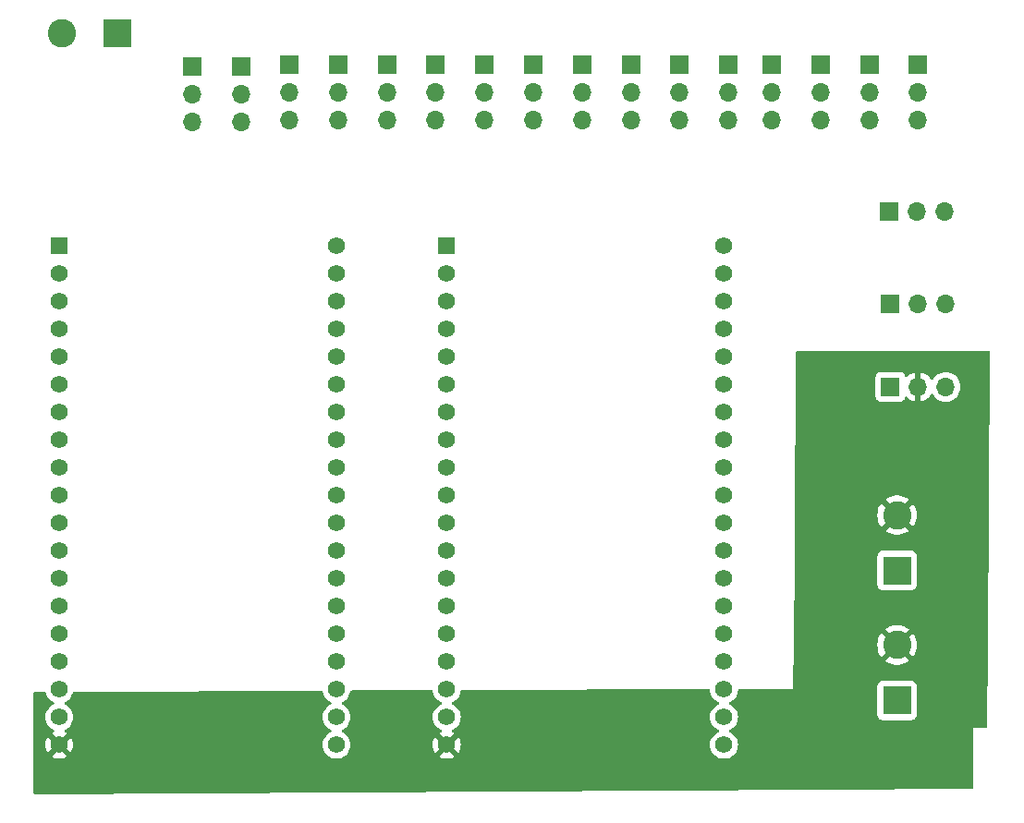
<source format=gbr>
%TF.GenerationSoftware,KiCad,Pcbnew,8.0.8*%
%TF.CreationDate,2025-01-21T20:37:44-05:00*%
%TF.ProjectId,Pit_Droid_Controller,5069745f-4472-46f6-9964-5f436f6e7472,rev?*%
%TF.SameCoordinates,Original*%
%TF.FileFunction,Copper,L1,Top*%
%TF.FilePolarity,Positive*%
%FSLAX46Y46*%
G04 Gerber Fmt 4.6, Leading zero omitted, Abs format (unit mm)*
G04 Created by KiCad (PCBNEW 8.0.8) date 2025-01-21 20:37:44*
%MOMM*%
%LPD*%
G01*
G04 APERTURE LIST*
%TA.AperFunction,ComponentPad*%
%ADD10R,1.700000X1.700000*%
%TD*%
%TA.AperFunction,ComponentPad*%
%ADD11O,1.700000X1.700000*%
%TD*%
%TA.AperFunction,ComponentPad*%
%ADD12R,1.560000X1.560000*%
%TD*%
%TA.AperFunction,ComponentPad*%
%ADD13C,1.560000*%
%TD*%
%TA.AperFunction,ComponentPad*%
%ADD14R,2.600000X2.600000*%
%TD*%
%TA.AperFunction,ComponentPad*%
%ADD15C,2.600000*%
%TD*%
G04 APERTURE END LIST*
D10*
%TO.P,J7,1,Pin_1*%
%TO.N,GND*%
X158083005Y-67005000D03*
D11*
%TO.P,J7,2,Pin_2*%
%TO.N,SVR_PWR*%
X158083005Y-69545000D03*
%TO.P,J7,3,Pin_3*%
%TO.N,SRV_7*%
X158083005Y-72085000D03*
%TD*%
D10*
%TO.P,J17,1,Pin_1*%
%TO.N,GND*%
X160020000Y-96520000D03*
D11*
%TO.P,J17,2,Pin_2*%
%TO.N,5V*%
X162560000Y-96520000D03*
%TO.P,J17,3,Pin_3*%
%TO.N,Misc_1*%
X165100000Y-96520000D03*
%TD*%
D10*
%TO.P,J16,1,Pin_1*%
%TO.N,GND*%
X127299506Y-67005000D03*
D11*
%TO.P,J16,2,Pin_2*%
%TO.N,SVR_PWR*%
X127299506Y-69545000D03*
%TO.P,J16,3,Pin_3*%
%TO.N,SRV_16*%
X127299506Y-72085000D03*
%TD*%
D10*
%TO.P,J5,1,Pin_1*%
%TO.N,GND*%
X149144643Y-67005000D03*
D11*
%TO.P,J5,2,Pin_2*%
%TO.N,SVR_PWR*%
X149144643Y-69545000D03*
%TO.P,J5,3,Pin_3*%
%TO.N,SRV_5*%
X149144643Y-72085000D03*
%TD*%
D12*
%TO.P,U1,J2-1,3V3*%
%TO.N,unconnected-(U1-3V3-PadJ2-1)*%
X83888000Y-83611000D03*
D13*
%TO.P,U1,J2-2,EN*%
%TO.N,unconnected-(U1-EN-PadJ2-2)*%
X83888000Y-86151000D03*
%TO.P,U1,J2-3,SENSOR_VP*%
%TO.N,unconnected-(U1-SENSOR_VP-PadJ2-3)*%
X83888000Y-88691000D03*
%TO.P,U1,J2-4,SENSOR_VN*%
%TO.N,unconnected-(U1-SENSOR_VN-PadJ2-4)*%
X83888000Y-91231000D03*
%TO.P,U1,J2-5,IO34*%
%TO.N,unconnected-(U1-IO34-PadJ2-5)*%
X83888000Y-93771000D03*
%TO.P,U1,J2-6,IO35*%
%TO.N,unconnected-(U1-IO35-PadJ2-6)*%
X83888000Y-96311000D03*
%TO.P,U1,J2-7,IO32*%
%TO.N,SRV_9*%
X83888000Y-98851000D03*
%TO.P,U1,J2-8,IO33*%
%TO.N,RA_TX*%
X83888000Y-101391000D03*
%TO.P,U1,J2-9,IO25*%
%TO.N,RA_RX*%
X83888000Y-103931000D03*
%TO.P,U1,J2-10,IO26*%
%TO.N,Misc_1*%
X83888000Y-106471000D03*
%TO.P,U1,J2-11,IO27*%
%TO.N,unconnected-(U1-IO27-PadJ2-11)*%
X83888000Y-109011000D03*
%TO.P,U1,J2-12,IO14*%
%TO.N,unconnected-(U1-IO14-PadJ2-12)*%
X83888000Y-111551000D03*
%TO.P,U1,J2-13,IO12*%
%TO.N,unconnected-(U1-IO12-PadJ2-13)*%
X83888000Y-114091000D03*
%TO.P,U1,J2-14,GND1*%
%TO.N,unconnected-(U1-GND1-PadJ2-14)*%
X83888000Y-116631000D03*
%TO.P,U1,J2-15,IO13*%
%TO.N,unconnected-(U1-IO13-PadJ2-15)*%
X83888000Y-119171000D03*
%TO.P,U1,J2-16,SD2*%
%TO.N,unconnected-(U1-SD2-PadJ2-16)*%
X83888000Y-121711000D03*
%TO.P,U1,J2-17,SD3*%
%TO.N,unconnected-(U1-SD3-PadJ2-17)*%
X83888000Y-124251000D03*
%TO.P,U1,J2-18,CMD*%
%TO.N,unconnected-(U1-CMD-PadJ2-18)*%
X83888000Y-126791000D03*
%TO.P,U1,J2-19,EXT_5V*%
%TO.N,5V*%
X83888000Y-129331000D03*
%TO.P,U1,J3-1,GND3*%
%TO.N,GND*%
X109288000Y-83611000D03*
%TO.P,U1,J3-2,IO23*%
%TO.N,SRV_15*%
X109288000Y-86151000D03*
%TO.P,U1,J3-3,IO22*%
%TO.N,SRV_16*%
X109288000Y-88691000D03*
%TO.P,U1,J3-4,TXD0*%
%TO.N,unconnected-(U1-TXD0-PadJ3-4)*%
X109288000Y-91231000D03*
%TO.P,U1,J3-5,RXD0*%
%TO.N,unconnected-(U1-RXD0-PadJ3-5)*%
X109288000Y-93771000D03*
%TO.P,U1,J3-6,IO21*%
%TO.N,SRV_14*%
X109288000Y-96311000D03*
%TO.P,U1,J3-7,GND2*%
%TO.N,unconnected-(U1-GND2-PadJ3-7)*%
X109288000Y-98851000D03*
%TO.P,U1,J3-8,IO19*%
%TO.N,SRV_13*%
X109288000Y-101391000D03*
%TO.P,U1,J3-9,IO18*%
%TO.N,SRV_12*%
X109288000Y-103931000D03*
%TO.P,U1,J3-10,IO5*%
%TO.N,unconnected-(U1-IO5-PadJ3-10)*%
X109288000Y-106471000D03*
%TO.P,U1,J3-11,IO17*%
%TO.N,SRV_11*%
X109288000Y-109011000D03*
%TO.P,U1,J3-12,IO16*%
%TO.N,SRV_10*%
X109288000Y-111551000D03*
%TO.P,U1,J3-13,IO4*%
%TO.N,unconnected-(U1-IO4-PadJ3-13)*%
X109288000Y-114091000D03*
%TO.P,U1,J3-14,IO0*%
%TO.N,unconnected-(U1-IO0-PadJ3-14)*%
X109288000Y-116631000D03*
%TO.P,U1,J3-15,IO2*%
%TO.N,unconnected-(U1-IO2-PadJ3-15)*%
X109288000Y-119171000D03*
%TO.P,U1,J3-16,IO15*%
%TO.N,unconnected-(U1-IO15-PadJ3-16)*%
X109288000Y-121711000D03*
%TO.P,U1,J3-17,SD1*%
%TO.N,unconnected-(U1-SD1-PadJ3-17)*%
X109288000Y-124251000D03*
%TO.P,U1,J3-18,SD0*%
%TO.N,unconnected-(U1-SD0-PadJ3-18)*%
X109288000Y-126791000D03*
%TO.P,U1,J3-19,CLK*%
%TO.N,unconnected-(U1-CLK-PadJ3-19)*%
X109288000Y-129331000D03*
%TD*%
D10*
%TO.P,J15,1,Pin_1*%
%TO.N,GND*%
X122830325Y-67005000D03*
D11*
%TO.P,J15,2,Pin_2*%
%TO.N,SVR_PWR*%
X122830325Y-69545000D03*
%TO.P,J15,3,Pin_3*%
%TO.N,SRV_15*%
X122830325Y-72085000D03*
%TD*%
D10*
%TO.P,J2,1,Pin_1*%
%TO.N,GND*%
X136237868Y-67005000D03*
D11*
%TO.P,J2,2,Pin_2*%
%TO.N,SVR_PWR*%
X136237868Y-69545000D03*
%TO.P,J2,3,Pin_3*%
%TO.N,SRV_2*%
X136237868Y-72085000D03*
%TD*%
D14*
%TO.P,J50,1,Pin_1*%
%TO.N,GND*%
X89171000Y-64155000D03*
D15*
%TO.P,J50,2,Pin_2*%
%TO.N,SVR_PWR*%
X84091000Y-64155000D03*
%TD*%
D10*
%TO.P,J13,1,Pin_1*%
%TO.N,GND*%
X113891963Y-67005000D03*
D11*
%TO.P,J13,2,Pin_2*%
%TO.N,SVR_PWR*%
X113891963Y-69545000D03*
%TO.P,J13,3,Pin_3*%
%TO.N,SRV_13*%
X113891963Y-72085000D03*
%TD*%
D10*
%TO.P,J11,1,Pin_1*%
%TO.N,GND*%
X104953601Y-67005000D03*
D11*
%TO.P,J11,2,Pin_2*%
%TO.N,SVR_PWR*%
X104953601Y-69545000D03*
%TO.P,J11,3,Pin_3*%
%TO.N,SRV_11*%
X104953601Y-72085000D03*
%TD*%
D10*
%TO.P,J6,1,Pin_1*%
%TO.N,GND*%
X153613824Y-67005000D03*
D11*
%TO.P,J6,2,Pin_2*%
%TO.N,SVR_PWR*%
X153613824Y-69545000D03*
%TO.P,J6,3,Pin_3*%
%TO.N,SRV_6*%
X153613824Y-72085000D03*
%TD*%
D12*
%TO.P,U4,J2-1,3V3*%
%TO.N,unconnected-(U4-3V3-PadJ2-1)*%
X119380000Y-83611000D03*
D13*
%TO.P,U4,J2-2,EN*%
%TO.N,unconnected-(U4-EN-PadJ2-2)*%
X119380000Y-86151000D03*
%TO.P,U4,J2-3,SENSOR_VP*%
%TO.N,unconnected-(U4-SENSOR_VP-PadJ2-3)*%
X119380000Y-88691000D03*
%TO.P,U4,J2-4,SENSOR_VN*%
%TO.N,unconnected-(U4-SENSOR_VN-PadJ2-4)*%
X119380000Y-91231000D03*
%TO.P,U4,J2-5,IO34*%
%TO.N,unconnected-(U4-IO34-PadJ2-5)*%
X119380000Y-93771000D03*
%TO.P,U4,J2-6,IO35*%
%TO.N,unconnected-(U4-IO35-PadJ2-6)*%
X119380000Y-96311000D03*
%TO.P,U4,J2-7,IO32*%
%TO.N,SRV_1*%
X119380000Y-98851000D03*
%TO.P,U4,J2-8,IO33*%
%TO.N,LA_TX*%
X119380000Y-101391000D03*
%TO.P,U4,J2-9,IO25*%
%TO.N,LA_RX*%
X119380000Y-103931000D03*
%TO.P,U4,J2-10,IO26*%
%TO.N,unconnected-(U4-IO26-PadJ2-10)*%
X119380000Y-106471000D03*
%TO.P,U4,J2-11,IO27*%
%TO.N,unconnected-(U4-IO27-PadJ2-11)*%
X119380000Y-109011000D03*
%TO.P,U4,J2-12,IO14*%
%TO.N,unconnected-(U4-IO14-PadJ2-12)*%
X119380000Y-111551000D03*
%TO.P,U4,J2-13,IO12*%
%TO.N,unconnected-(U4-IO12-PadJ2-13)*%
X119380000Y-114091000D03*
%TO.P,U4,J2-14,GND1*%
%TO.N,unconnected-(U4-GND1-PadJ2-14)*%
X119380000Y-116631000D03*
%TO.P,U4,J2-15,IO13*%
%TO.N,unconnected-(U4-IO13-PadJ2-15)*%
X119380000Y-119171000D03*
%TO.P,U4,J2-16,SD2*%
%TO.N,unconnected-(U4-SD2-PadJ2-16)*%
X119380000Y-121711000D03*
%TO.P,U4,J2-17,SD3*%
%TO.N,unconnected-(U4-SD3-PadJ2-17)*%
X119380000Y-124251000D03*
%TO.P,U4,J2-18,CMD*%
%TO.N,unconnected-(U4-CMD-PadJ2-18)*%
X119380000Y-126791000D03*
%TO.P,U4,J2-19,EXT_5V*%
%TO.N,5V*%
X119380000Y-129331000D03*
%TO.P,U4,J3-1,GND3*%
%TO.N,GND*%
X144780000Y-83611000D03*
%TO.P,U4,J3-2,IO23*%
%TO.N,SRV_5*%
X144780000Y-86151000D03*
%TO.P,U4,J3-3,IO22*%
%TO.N,SRV_6*%
X144780000Y-88691000D03*
%TO.P,U4,J3-4,TXD0*%
%TO.N,unconnected-(U4-TXD0-PadJ3-4)*%
X144780000Y-91231000D03*
%TO.P,U4,J3-5,RXD0*%
%TO.N,unconnected-(U4-RXD0-PadJ3-5)*%
X144780000Y-93771000D03*
%TO.P,U4,J3-6,IO21*%
%TO.N,SRV_7*%
X144780000Y-96311000D03*
%TO.P,U4,J3-7,GND2*%
%TO.N,unconnected-(U4-GND2-PadJ3-7)*%
X144780000Y-98851000D03*
%TO.P,U4,J3-8,IO19*%
%TO.N,SRV_8*%
X144780000Y-101391000D03*
%TO.P,U4,J3-9,IO18*%
%TO.N,SRV_4*%
X144780000Y-103931000D03*
%TO.P,U4,J3-10,IO5*%
%TO.N,unconnected-(U4-IO5-PadJ3-10)*%
X144780000Y-106471000D03*
%TO.P,U4,J3-11,IO17*%
%TO.N,SRV_3*%
X144780000Y-109011000D03*
%TO.P,U4,J3-12,IO16*%
%TO.N,SRV_2*%
X144780000Y-111551000D03*
%TO.P,U4,J3-13,IO4*%
%TO.N,unconnected-(U4-IO4-PadJ3-13)*%
X144780000Y-114091000D03*
%TO.P,U4,J3-14,IO0*%
%TO.N,unconnected-(U4-IO0-PadJ3-14)*%
X144780000Y-116631000D03*
%TO.P,U4,J3-15,IO2*%
%TO.N,unconnected-(U4-IO2-PadJ3-15)*%
X144780000Y-119171000D03*
%TO.P,U4,J3-16,IO15*%
%TO.N,unconnected-(U4-IO15-PadJ3-16)*%
X144780000Y-121711000D03*
%TO.P,U4,J3-17,SD1*%
%TO.N,unconnected-(U4-SD1-PadJ3-17)*%
X144780000Y-124251000D03*
%TO.P,U4,J3-18,SD0*%
%TO.N,unconnected-(U4-SD0-PadJ3-18)*%
X144780000Y-126791000D03*
%TO.P,U4,J3-19,CLK*%
%TO.N,unconnected-(U4-CLK-PadJ3-19)*%
X144780000Y-129331000D03*
%TD*%
D10*
%TO.P,J32,1,Pin_1*%
%TO.N,GND*%
X159894084Y-80488027D03*
D11*
%TO.P,J32,2,Pin_2*%
%TO.N,RA_RX*%
X162434084Y-80488027D03*
%TO.P,J32,3,Pin_3*%
%TO.N,RA_TX*%
X164974084Y-80488027D03*
%TD*%
D10*
%TO.P,J3,1,Pin_1*%
%TO.N,GND*%
X140707049Y-67005000D03*
D11*
%TO.P,J3,2,Pin_2*%
%TO.N,SVR_PWR*%
X140707049Y-69545000D03*
%TO.P,J3,3,Pin_3*%
%TO.N,SRV_3*%
X140707049Y-72085000D03*
%TD*%
D10*
%TO.P,J1,1,Pin_1*%
%TO.N,GND*%
X131768687Y-67005000D03*
D11*
%TO.P,J1,2,Pin_2*%
%TO.N,SVR_PWR*%
X131768687Y-69545000D03*
%TO.P,J1,3,Pin_3*%
%TO.N,SRV_1*%
X131768687Y-72085000D03*
%TD*%
D10*
%TO.P,J4,1,Pin_1*%
%TO.N,GND*%
X145176230Y-67005000D03*
D11*
%TO.P,J4,2,Pin_2*%
%TO.N,SVR_PWR*%
X145176230Y-69545000D03*
%TO.P,J4,3,Pin_3*%
%TO.N,SRV_4*%
X145176230Y-72085000D03*
%TD*%
D14*
%TO.P,J51,1,Pin_1*%
%TO.N,GND*%
X160636000Y-125267000D03*
D15*
%TO.P,J51,2,Pin_2*%
%TO.N,5V*%
X160636000Y-120187000D03*
%TD*%
D10*
%TO.P,J9,1,Pin_1*%
%TO.N,GND*%
X96095133Y-67142489D03*
D11*
%TO.P,J9,2,Pin_2*%
%TO.N,SVR_PWR*%
X96095133Y-69682489D03*
%TO.P,J9,3,Pin_3*%
%TO.N,SRV_9*%
X96095133Y-72222489D03*
%TD*%
D14*
%TO.P,J28,1,Pin_1*%
%TO.N,GND*%
X160636000Y-113353000D03*
D15*
%TO.P,J28,2,Pin_2*%
%TO.N,5V*%
X160636000Y-108273000D03*
%TD*%
D10*
%TO.P,J12,1,Pin_1*%
%TO.N,GND*%
X109422782Y-67005000D03*
D11*
%TO.P,J12,2,Pin_2*%
%TO.N,SVR_PWR*%
X109422782Y-69545000D03*
%TO.P,J12,3,Pin_3*%
%TO.N,SRV_12*%
X109422782Y-72085000D03*
%TD*%
D10*
%TO.P,J14,1,Pin_1*%
%TO.N,GND*%
X118361144Y-67005000D03*
D11*
%TO.P,J14,2,Pin_2*%
%TO.N,SVR_PWR*%
X118361144Y-69545000D03*
%TO.P,J14,3,Pin_3*%
%TO.N,SRV_14*%
X118361144Y-72085000D03*
%TD*%
D10*
%TO.P,J31,1,Pin_1*%
%TO.N,GND*%
X160020000Y-88900000D03*
D11*
%TO.P,J31,2,Pin_2*%
%TO.N,LA_RX*%
X162560000Y-88900000D03*
%TO.P,J31,3,Pin_3*%
%TO.N,LA_TX*%
X165100000Y-88900000D03*
%TD*%
D10*
%TO.P,J10,1,Pin_1*%
%TO.N,GND*%
X100564315Y-67142489D03*
D11*
%TO.P,J10,2,Pin_2*%
%TO.N,SVR_PWR*%
X100564315Y-69682489D03*
%TO.P,J10,3,Pin_3*%
%TO.N,SRV_10*%
X100564315Y-72222489D03*
%TD*%
D10*
%TO.P,J8,1,Pin_1*%
%TO.N,GND*%
X162552186Y-67005000D03*
D11*
%TO.P,J8,2,Pin_2*%
%TO.N,SVR_PWR*%
X162552186Y-69545000D03*
%TO.P,J8,3,Pin_3*%
%TO.N,SRV_8*%
X162552186Y-72085000D03*
%TD*%
%TA.AperFunction,Conductor*%
%TO.N,5V*%
G36*
X169106124Y-93237685D02*
G01*
X169151879Y-93290489D01*
X169163081Y-93342909D01*
X168963720Y-120456026D01*
X168910905Y-127638912D01*
X168890728Y-127705805D01*
X168837589Y-127751170D01*
X168786908Y-127762000D01*
X167640000Y-127762000D01*
X167640000Y-133226729D01*
X167620315Y-133293768D01*
X167567511Y-133339523D01*
X167516732Y-133350727D01*
X81658732Y-133857264D01*
X81591577Y-133837975D01*
X81545511Y-133785442D01*
X81534000Y-133733266D01*
X81534000Y-124583548D01*
X81553685Y-124516509D01*
X81606489Y-124470754D01*
X81657546Y-124459549D01*
X82521765Y-124456395D01*
X82588873Y-124475834D01*
X82634821Y-124528470D01*
X82641990Y-124548299D01*
X82680126Y-124690624D01*
X82680127Y-124690626D01*
X82680128Y-124690630D01*
X82774819Y-124893696D01*
X82774821Y-124893700D01*
X82903329Y-125077228D01*
X82903334Y-125077234D01*
X83061765Y-125235665D01*
X83061771Y-125235670D01*
X83245299Y-125364178D01*
X83245301Y-125364179D01*
X83245304Y-125364181D01*
X83340600Y-125408618D01*
X83393039Y-125454790D01*
X83412191Y-125521984D01*
X83391975Y-125588865D01*
X83340600Y-125633382D01*
X83245306Y-125677818D01*
X83245304Y-125677819D01*
X83061764Y-125806334D01*
X82903334Y-125964764D01*
X82774819Y-126148304D01*
X82774818Y-126148306D01*
X82680129Y-126351368D01*
X82680126Y-126351374D01*
X82622137Y-126567791D01*
X82622136Y-126567799D01*
X82602609Y-126790998D01*
X82602609Y-126791001D01*
X82622136Y-127014200D01*
X82622137Y-127014208D01*
X82680126Y-127230625D01*
X82680127Y-127230627D01*
X82680128Y-127230630D01*
X82774819Y-127433696D01*
X82774821Y-127433700D01*
X82903329Y-127617228D01*
X82903334Y-127617234D01*
X83061765Y-127775665D01*
X83061771Y-127775670D01*
X83245299Y-127904178D01*
X83245301Y-127904179D01*
X83245304Y-127904181D01*
X83341190Y-127948893D01*
X83393630Y-127995065D01*
X83412782Y-128062258D01*
X83392567Y-128129139D01*
X83341192Y-128173657D01*
X83245554Y-128218254D01*
X83176887Y-128266334D01*
X83742260Y-128831707D01*
X83687288Y-128846437D01*
X83568713Y-128914896D01*
X83471896Y-129011713D01*
X83403437Y-129130288D01*
X83388707Y-129185260D01*
X82823334Y-128619887D01*
X82775253Y-128688556D01*
X82680600Y-128891540D01*
X82680596Y-128891549D01*
X82622632Y-129107875D01*
X82622630Y-129107886D01*
X82603111Y-129330997D01*
X82603111Y-129331002D01*
X82622630Y-129554113D01*
X82622632Y-129554124D01*
X82680596Y-129770450D01*
X82680600Y-129770459D01*
X82775252Y-129973443D01*
X82775253Y-129973445D01*
X82823334Y-130042112D01*
X83388707Y-129476739D01*
X83403437Y-129531712D01*
X83471896Y-129650287D01*
X83568713Y-129747104D01*
X83687288Y-129815563D01*
X83742259Y-129830292D01*
X83176886Y-130395664D01*
X83245555Y-130443746D01*
X83448540Y-130538399D01*
X83448549Y-130538403D01*
X83664875Y-130596367D01*
X83664886Y-130596369D01*
X83887998Y-130615889D01*
X83888002Y-130615889D01*
X84111113Y-130596369D01*
X84111124Y-130596367D01*
X84327450Y-130538403D01*
X84327459Y-130538399D01*
X84530445Y-130443746D01*
X84530451Y-130443742D01*
X84599112Y-130395665D01*
X84033739Y-129830292D01*
X84088712Y-129815563D01*
X84207287Y-129747104D01*
X84304104Y-129650287D01*
X84372563Y-129531712D01*
X84387292Y-129476739D01*
X84952665Y-130042112D01*
X85000742Y-129973451D01*
X85000746Y-129973445D01*
X85095399Y-129770459D01*
X85095403Y-129770450D01*
X85153367Y-129554124D01*
X85153369Y-129554113D01*
X85172889Y-129331002D01*
X85172889Y-129330997D01*
X85153369Y-129107886D01*
X85153367Y-129107875D01*
X85095403Y-128891549D01*
X85095399Y-128891540D01*
X85000747Y-128688557D01*
X85000746Y-128688555D01*
X84952664Y-128619887D01*
X84952664Y-128619886D01*
X84387292Y-129185259D01*
X84372563Y-129130288D01*
X84304104Y-129011713D01*
X84207287Y-128914896D01*
X84088712Y-128846437D01*
X84033738Y-128831707D01*
X84599112Y-128266334D01*
X84599112Y-128266333D01*
X84530445Y-128218253D01*
X84530443Y-128218252D01*
X84434808Y-128173657D01*
X84382369Y-128127485D01*
X84363217Y-128060291D01*
X84383433Y-127993410D01*
X84434804Y-127948895D01*
X84530696Y-127904181D01*
X84714233Y-127775667D01*
X84872667Y-127617233D01*
X85001181Y-127433696D01*
X85095872Y-127230630D01*
X85153863Y-127014206D01*
X85173391Y-126791000D01*
X85153863Y-126567794D01*
X85095872Y-126351370D01*
X85001181Y-126148305D01*
X84872667Y-125964767D01*
X84714233Y-125806333D01*
X84714229Y-125806330D01*
X84714228Y-125806329D01*
X84530700Y-125677821D01*
X84530692Y-125677817D01*
X84435400Y-125633382D01*
X84382960Y-125587210D01*
X84363808Y-125520017D01*
X84384023Y-125453135D01*
X84435400Y-125408618D01*
X84530696Y-125364181D01*
X84714233Y-125235667D01*
X84872667Y-125077233D01*
X85001181Y-124893696D01*
X85095872Y-124690630D01*
X85136683Y-124538320D01*
X85173048Y-124478660D01*
X85235895Y-124448131D01*
X85255992Y-124446416D01*
X107898398Y-124363779D01*
X107965508Y-124383219D01*
X108011456Y-124435855D01*
X108020277Y-124469039D01*
X108021198Y-124468877D01*
X108022137Y-124474208D01*
X108080126Y-124690625D01*
X108080127Y-124690627D01*
X108080128Y-124690630D01*
X108174819Y-124893696D01*
X108174821Y-124893700D01*
X108303329Y-125077228D01*
X108303334Y-125077234D01*
X108461765Y-125235665D01*
X108461771Y-125235670D01*
X108645299Y-125364178D01*
X108645301Y-125364179D01*
X108645304Y-125364181D01*
X108740600Y-125408618D01*
X108793039Y-125454790D01*
X108812191Y-125521984D01*
X108791975Y-125588865D01*
X108740600Y-125633382D01*
X108645306Y-125677818D01*
X108645304Y-125677819D01*
X108461764Y-125806334D01*
X108303334Y-125964764D01*
X108174819Y-126148304D01*
X108174818Y-126148306D01*
X108080129Y-126351368D01*
X108080126Y-126351374D01*
X108022137Y-126567791D01*
X108022136Y-126567799D01*
X108002609Y-126790998D01*
X108002609Y-126791001D01*
X108022136Y-127014200D01*
X108022137Y-127014208D01*
X108080126Y-127230625D01*
X108080127Y-127230627D01*
X108080128Y-127230630D01*
X108174819Y-127433696D01*
X108174821Y-127433700D01*
X108303329Y-127617228D01*
X108303334Y-127617234D01*
X108461765Y-127775665D01*
X108461771Y-127775670D01*
X108645299Y-127904178D01*
X108645301Y-127904179D01*
X108645304Y-127904181D01*
X108740600Y-127948618D01*
X108793039Y-127994790D01*
X108812191Y-128061984D01*
X108791975Y-128128865D01*
X108740600Y-128173382D01*
X108645306Y-128217818D01*
X108645304Y-128217819D01*
X108461764Y-128346334D01*
X108303334Y-128504764D01*
X108174819Y-128688304D01*
X108174818Y-128688306D01*
X108080129Y-128891368D01*
X108080126Y-128891374D01*
X108022137Y-129107791D01*
X108022136Y-129107799D01*
X108002609Y-129330998D01*
X108002609Y-129331001D01*
X108022136Y-129554200D01*
X108022137Y-129554208D01*
X108080126Y-129770625D01*
X108080127Y-129770627D01*
X108080128Y-129770630D01*
X108101081Y-129815563D01*
X108174819Y-129973696D01*
X108174821Y-129973700D01*
X108303329Y-130157228D01*
X108303334Y-130157234D01*
X108461765Y-130315665D01*
X108461771Y-130315670D01*
X108645299Y-130444178D01*
X108645301Y-130444179D01*
X108645304Y-130444181D01*
X108848370Y-130538872D01*
X109064794Y-130596863D01*
X109224226Y-130610811D01*
X109287998Y-130616391D01*
X109288000Y-130616391D01*
X109288002Y-130616391D01*
X109343801Y-130611509D01*
X109511206Y-130596863D01*
X109727630Y-130538872D01*
X109930696Y-130444181D01*
X110114233Y-130315667D01*
X110272667Y-130157233D01*
X110401181Y-129973696D01*
X110495872Y-129770630D01*
X110553863Y-129554206D01*
X110573391Y-129331000D01*
X110553863Y-129107794D01*
X110495872Y-128891370D01*
X110401181Y-128688305D01*
X110272667Y-128504767D01*
X110114233Y-128346333D01*
X110114229Y-128346330D01*
X110114228Y-128346329D01*
X109930700Y-128217821D01*
X109930692Y-128217817D01*
X109835400Y-128173382D01*
X109782960Y-128127210D01*
X109763808Y-128060017D01*
X109784023Y-127993135D01*
X109835400Y-127948618D01*
X109930696Y-127904181D01*
X110114233Y-127775667D01*
X110272667Y-127617233D01*
X110401181Y-127433696D01*
X110495872Y-127230630D01*
X110553863Y-127014206D01*
X110573391Y-126791000D01*
X110553863Y-126567794D01*
X110495872Y-126351370D01*
X110401181Y-126148305D01*
X110272667Y-125964767D01*
X110114233Y-125806333D01*
X110114229Y-125806330D01*
X110114228Y-125806329D01*
X109930700Y-125677821D01*
X109930692Y-125677817D01*
X109835400Y-125633382D01*
X109782960Y-125587210D01*
X109763808Y-125520017D01*
X109784023Y-125453135D01*
X109835400Y-125408618D01*
X109930696Y-125364181D01*
X110114233Y-125235667D01*
X110272667Y-125077233D01*
X110401181Y-124893696D01*
X110495872Y-124690630D01*
X110553863Y-124474206D01*
X110554508Y-124466830D01*
X110579958Y-124401761D01*
X110636548Y-124360781D01*
X110677573Y-124353636D01*
X117987180Y-124326959D01*
X118054287Y-124346398D01*
X118100235Y-124399034D01*
X118111157Y-124440148D01*
X118114136Y-124474201D01*
X118114137Y-124474208D01*
X118172126Y-124690625D01*
X118172127Y-124690627D01*
X118172128Y-124690630D01*
X118266819Y-124893696D01*
X118266821Y-124893700D01*
X118395329Y-125077228D01*
X118395334Y-125077234D01*
X118553765Y-125235665D01*
X118553771Y-125235670D01*
X118737299Y-125364178D01*
X118737301Y-125364179D01*
X118737304Y-125364181D01*
X118832600Y-125408618D01*
X118885039Y-125454790D01*
X118904191Y-125521984D01*
X118883975Y-125588865D01*
X118832600Y-125633382D01*
X118737306Y-125677818D01*
X118737304Y-125677819D01*
X118553764Y-125806334D01*
X118395334Y-125964764D01*
X118266819Y-126148304D01*
X118266818Y-126148306D01*
X118172129Y-126351368D01*
X118172126Y-126351374D01*
X118114137Y-126567791D01*
X118114136Y-126567799D01*
X118094609Y-126790998D01*
X118094609Y-126791001D01*
X118114136Y-127014200D01*
X118114137Y-127014208D01*
X118172126Y-127230625D01*
X118172127Y-127230627D01*
X118172128Y-127230630D01*
X118266819Y-127433696D01*
X118266821Y-127433700D01*
X118395329Y-127617228D01*
X118395334Y-127617234D01*
X118553765Y-127775665D01*
X118553771Y-127775670D01*
X118737299Y-127904178D01*
X118737301Y-127904179D01*
X118737304Y-127904181D01*
X118833190Y-127948893D01*
X118885630Y-127995065D01*
X118904782Y-128062258D01*
X118884567Y-128129139D01*
X118833192Y-128173657D01*
X118737554Y-128218254D01*
X118668887Y-128266334D01*
X119234260Y-128831707D01*
X119179288Y-128846437D01*
X119060713Y-128914896D01*
X118963896Y-129011713D01*
X118895437Y-129130288D01*
X118880707Y-129185260D01*
X118315334Y-128619887D01*
X118267253Y-128688556D01*
X118172600Y-128891540D01*
X118172596Y-128891549D01*
X118114632Y-129107875D01*
X118114630Y-129107886D01*
X118095111Y-129330997D01*
X118095111Y-129331002D01*
X118114630Y-129554113D01*
X118114632Y-129554124D01*
X118172596Y-129770450D01*
X118172600Y-129770459D01*
X118267252Y-129973443D01*
X118267253Y-129973445D01*
X118315334Y-130042112D01*
X118880707Y-129476739D01*
X118895437Y-129531712D01*
X118963896Y-129650287D01*
X119060713Y-129747104D01*
X119179288Y-129815563D01*
X119234259Y-129830292D01*
X118668886Y-130395664D01*
X118737555Y-130443746D01*
X118940540Y-130538399D01*
X118940549Y-130538403D01*
X119156875Y-130596367D01*
X119156886Y-130596369D01*
X119379998Y-130615889D01*
X119380002Y-130615889D01*
X119603113Y-130596369D01*
X119603124Y-130596367D01*
X119819450Y-130538403D01*
X119819459Y-130538399D01*
X120022445Y-130443746D01*
X120022451Y-130443742D01*
X120091112Y-130395665D01*
X119525739Y-129830292D01*
X119580712Y-129815563D01*
X119699287Y-129747104D01*
X119796104Y-129650287D01*
X119864563Y-129531712D01*
X119879292Y-129476739D01*
X120444665Y-130042112D01*
X120492742Y-129973451D01*
X120492746Y-129973445D01*
X120587399Y-129770459D01*
X120587403Y-129770450D01*
X120645367Y-129554124D01*
X120645369Y-129554113D01*
X120664889Y-129331002D01*
X120664889Y-129330997D01*
X120645369Y-129107886D01*
X120645367Y-129107875D01*
X120587403Y-128891549D01*
X120587399Y-128891540D01*
X120492747Y-128688557D01*
X120492746Y-128688555D01*
X120444664Y-128619887D01*
X120444664Y-128619886D01*
X119879292Y-129185259D01*
X119864563Y-129130288D01*
X119796104Y-129011713D01*
X119699287Y-128914896D01*
X119580712Y-128846437D01*
X119525738Y-128831707D01*
X120091112Y-128266334D01*
X120091112Y-128266333D01*
X120022445Y-128218253D01*
X120022443Y-128218252D01*
X119926808Y-128173657D01*
X119874369Y-128127485D01*
X119855217Y-128060291D01*
X119875433Y-127993410D01*
X119926804Y-127948895D01*
X120022696Y-127904181D01*
X120206233Y-127775667D01*
X120364667Y-127617233D01*
X120493181Y-127433696D01*
X120587872Y-127230630D01*
X120645863Y-127014206D01*
X120665391Y-126791000D01*
X120645863Y-126567794D01*
X120587872Y-126351370D01*
X120493181Y-126148305D01*
X120364667Y-125964767D01*
X120206233Y-125806333D01*
X120206229Y-125806330D01*
X120206228Y-125806329D01*
X120022700Y-125677821D01*
X120022692Y-125677817D01*
X119927400Y-125633382D01*
X119874960Y-125587210D01*
X119855808Y-125520017D01*
X119876023Y-125453135D01*
X119927400Y-125408618D01*
X120022696Y-125364181D01*
X120206233Y-125235667D01*
X120364667Y-125077233D01*
X120493181Y-124893696D01*
X120587872Y-124690630D01*
X120645863Y-124474206D01*
X120649732Y-124429982D01*
X120675182Y-124364916D01*
X120731772Y-124323936D01*
X120772796Y-124316792D01*
X143379071Y-124234288D01*
X143446179Y-124253727D01*
X143492127Y-124306363D01*
X143503049Y-124347478D01*
X143514136Y-124474201D01*
X143514137Y-124474208D01*
X143572126Y-124690625D01*
X143572127Y-124690627D01*
X143572128Y-124690630D01*
X143666819Y-124893696D01*
X143666821Y-124893700D01*
X143795329Y-125077228D01*
X143795334Y-125077234D01*
X143953765Y-125235665D01*
X143953771Y-125235670D01*
X144137299Y-125364178D01*
X144137301Y-125364179D01*
X144137304Y-125364181D01*
X144232600Y-125408618D01*
X144285039Y-125454790D01*
X144304191Y-125521984D01*
X144283975Y-125588865D01*
X144232600Y-125633382D01*
X144137306Y-125677818D01*
X144137304Y-125677819D01*
X143953764Y-125806334D01*
X143795334Y-125964764D01*
X143666819Y-126148304D01*
X143666818Y-126148306D01*
X143572129Y-126351368D01*
X143572126Y-126351374D01*
X143514137Y-126567791D01*
X143514136Y-126567799D01*
X143494609Y-126790998D01*
X143494609Y-126791001D01*
X143514136Y-127014200D01*
X143514137Y-127014208D01*
X143572126Y-127230625D01*
X143572127Y-127230627D01*
X143572128Y-127230630D01*
X143666819Y-127433696D01*
X143666821Y-127433700D01*
X143795329Y-127617228D01*
X143795334Y-127617234D01*
X143953765Y-127775665D01*
X143953771Y-127775670D01*
X144137299Y-127904178D01*
X144137301Y-127904179D01*
X144137304Y-127904181D01*
X144232600Y-127948618D01*
X144285039Y-127994790D01*
X144304191Y-128061984D01*
X144283975Y-128128865D01*
X144232600Y-128173382D01*
X144137306Y-128217818D01*
X144137304Y-128217819D01*
X143953764Y-128346334D01*
X143795334Y-128504764D01*
X143666819Y-128688304D01*
X143666818Y-128688306D01*
X143572129Y-128891368D01*
X143572126Y-128891374D01*
X143514137Y-129107791D01*
X143514136Y-129107799D01*
X143494609Y-129330998D01*
X143494609Y-129331001D01*
X143514136Y-129554200D01*
X143514137Y-129554208D01*
X143572126Y-129770625D01*
X143572127Y-129770627D01*
X143572128Y-129770630D01*
X143593081Y-129815563D01*
X143666819Y-129973696D01*
X143666821Y-129973700D01*
X143795329Y-130157228D01*
X143795334Y-130157234D01*
X143953765Y-130315665D01*
X143953771Y-130315670D01*
X144137299Y-130444178D01*
X144137301Y-130444179D01*
X144137304Y-130444181D01*
X144340370Y-130538872D01*
X144556794Y-130596863D01*
X144716226Y-130610811D01*
X144779998Y-130616391D01*
X144780000Y-130616391D01*
X144780002Y-130616391D01*
X144835801Y-130611509D01*
X145003206Y-130596863D01*
X145219630Y-130538872D01*
X145422696Y-130444181D01*
X145606233Y-130315667D01*
X145764667Y-130157233D01*
X145893181Y-129973696D01*
X145987872Y-129770630D01*
X146045863Y-129554206D01*
X146065391Y-129331000D01*
X146045863Y-129107794D01*
X145987872Y-128891370D01*
X145893181Y-128688305D01*
X145764667Y-128504767D01*
X145606233Y-128346333D01*
X145606229Y-128346330D01*
X145606228Y-128346329D01*
X145422700Y-128217821D01*
X145422692Y-128217817D01*
X145327400Y-128173382D01*
X145274960Y-128127210D01*
X145255808Y-128060017D01*
X145276023Y-127993135D01*
X145327400Y-127948618D01*
X145422696Y-127904181D01*
X145606233Y-127775667D01*
X145764667Y-127617233D01*
X145893181Y-127433696D01*
X145987872Y-127230630D01*
X146045863Y-127014206D01*
X146065391Y-126791000D01*
X146045863Y-126567794D01*
X145987872Y-126351370D01*
X145893181Y-126148305D01*
X145764667Y-125964767D01*
X145606233Y-125806333D01*
X145606229Y-125806330D01*
X145606228Y-125806329D01*
X145422700Y-125677821D01*
X145422692Y-125677817D01*
X145327400Y-125633382D01*
X145274960Y-125587210D01*
X145255808Y-125520017D01*
X145276023Y-125453135D01*
X145327400Y-125408618D01*
X145422696Y-125364181D01*
X145606233Y-125235667D01*
X145764667Y-125077233D01*
X145893181Y-124893696D01*
X145987872Y-124690630D01*
X146045863Y-124474206D01*
X146057845Y-124337250D01*
X146083296Y-124272184D01*
X146139887Y-124231206D01*
X146180911Y-124224062D01*
X151130000Y-124206000D01*
X151132351Y-123919135D01*
X158835500Y-123919135D01*
X158835500Y-126614870D01*
X158835501Y-126614876D01*
X158841908Y-126674483D01*
X158892202Y-126809328D01*
X158892206Y-126809335D01*
X158978452Y-126924544D01*
X158978455Y-126924547D01*
X159093664Y-127010793D01*
X159093671Y-127010797D01*
X159228517Y-127061091D01*
X159228516Y-127061091D01*
X159235444Y-127061835D01*
X159288127Y-127067500D01*
X161983872Y-127067499D01*
X162043483Y-127061091D01*
X162178331Y-127010796D01*
X162293546Y-126924546D01*
X162379796Y-126809331D01*
X162430091Y-126674483D01*
X162436500Y-126614873D01*
X162436499Y-123919128D01*
X162430091Y-123859517D01*
X162412133Y-123811370D01*
X162379797Y-123724671D01*
X162379793Y-123724664D01*
X162293547Y-123609455D01*
X162293544Y-123609452D01*
X162178335Y-123523206D01*
X162178328Y-123523202D01*
X162043482Y-123472908D01*
X162043483Y-123472908D01*
X161983883Y-123466501D01*
X161983881Y-123466500D01*
X161983873Y-123466500D01*
X161983864Y-123466500D01*
X159288129Y-123466500D01*
X159288123Y-123466501D01*
X159228516Y-123472908D01*
X159093671Y-123523202D01*
X159093664Y-123523206D01*
X158978455Y-123609452D01*
X158978452Y-123609455D01*
X158892206Y-123724664D01*
X158892202Y-123724671D01*
X158841908Y-123859517D01*
X158835501Y-123919116D01*
X158835501Y-123919123D01*
X158835500Y-123919135D01*
X151132351Y-123919135D01*
X151162943Y-120186995D01*
X158830953Y-120186995D01*
X158830953Y-120187004D01*
X158851113Y-120456026D01*
X158851113Y-120456028D01*
X158911142Y-120719033D01*
X158911148Y-120719052D01*
X159009709Y-120970181D01*
X159009708Y-120970181D01*
X159144600Y-121203818D01*
X159198294Y-121271150D01*
X159198295Y-121271150D01*
X160034958Y-120434487D01*
X160059978Y-120494890D01*
X160131112Y-120601351D01*
X160221649Y-120691888D01*
X160328110Y-120763022D01*
X160388511Y-120788041D01*
X159550848Y-121625703D01*
X159733476Y-121750216D01*
X159733485Y-121750221D01*
X159976539Y-121867269D01*
X159976537Y-121867269D01*
X160234337Y-121946790D01*
X160234343Y-121946792D01*
X160501101Y-121986999D01*
X160501110Y-121987000D01*
X160770890Y-121987000D01*
X160770898Y-121986999D01*
X161037656Y-121946792D01*
X161037662Y-121946790D01*
X161295461Y-121867269D01*
X161538516Y-121750221D01*
X161538517Y-121750220D01*
X161721150Y-121625703D01*
X160883487Y-120788041D01*
X160943890Y-120763022D01*
X161050351Y-120691888D01*
X161140888Y-120601351D01*
X161212022Y-120494890D01*
X161237041Y-120434488D01*
X162073703Y-121271150D01*
X162073704Y-121271149D01*
X162127400Y-121203818D01*
X162262290Y-120970181D01*
X162360851Y-120719052D01*
X162360857Y-120719033D01*
X162420886Y-120456028D01*
X162420886Y-120456026D01*
X162441047Y-120187004D01*
X162441047Y-120186995D01*
X162420886Y-119917973D01*
X162420886Y-119917971D01*
X162360857Y-119654966D01*
X162360851Y-119654947D01*
X162262290Y-119403818D01*
X162262291Y-119403818D01*
X162127400Y-119170182D01*
X162127393Y-119170171D01*
X162073704Y-119102849D01*
X162073703Y-119102848D01*
X161237041Y-119939511D01*
X161212022Y-119879110D01*
X161140888Y-119772649D01*
X161050351Y-119682112D01*
X160943890Y-119610978D01*
X160883488Y-119585958D01*
X161721150Y-118748295D01*
X161538524Y-118623783D01*
X161538516Y-118623778D01*
X161295460Y-118506730D01*
X161295462Y-118506730D01*
X161037662Y-118427209D01*
X161037656Y-118427207D01*
X160770898Y-118387000D01*
X160501101Y-118387000D01*
X160234343Y-118427207D01*
X160234337Y-118427209D01*
X159976538Y-118506730D01*
X159733482Y-118623780D01*
X159733469Y-118623787D01*
X159550848Y-118748294D01*
X160388512Y-119585958D01*
X160328110Y-119610978D01*
X160221649Y-119682112D01*
X160131112Y-119772649D01*
X160059978Y-119879110D01*
X160034958Y-119939512D01*
X159198294Y-119102848D01*
X159144602Y-119170177D01*
X159009709Y-119403818D01*
X158911148Y-119654947D01*
X158911142Y-119654966D01*
X158851113Y-119917971D01*
X158851113Y-119917973D01*
X158830953Y-120186995D01*
X151162943Y-120186995D01*
X151230007Y-112005135D01*
X158835500Y-112005135D01*
X158835500Y-114700870D01*
X158835501Y-114700876D01*
X158841908Y-114760483D01*
X158892202Y-114895328D01*
X158892206Y-114895335D01*
X158978452Y-115010544D01*
X158978455Y-115010547D01*
X159093664Y-115096793D01*
X159093671Y-115096797D01*
X159228517Y-115147091D01*
X159228516Y-115147091D01*
X159235444Y-115147835D01*
X159288127Y-115153500D01*
X161983872Y-115153499D01*
X162043483Y-115147091D01*
X162178331Y-115096796D01*
X162293546Y-115010546D01*
X162379796Y-114895331D01*
X162430091Y-114760483D01*
X162436500Y-114700873D01*
X162436499Y-112005128D01*
X162430091Y-111945517D01*
X162379796Y-111810669D01*
X162379795Y-111810668D01*
X162379793Y-111810664D01*
X162293547Y-111695455D01*
X162293544Y-111695452D01*
X162178335Y-111609206D01*
X162178328Y-111609202D01*
X162043482Y-111558908D01*
X162043483Y-111558908D01*
X161983883Y-111552501D01*
X161983881Y-111552500D01*
X161983873Y-111552500D01*
X161983864Y-111552500D01*
X159288129Y-111552500D01*
X159288123Y-111552501D01*
X159228516Y-111558908D01*
X159093671Y-111609202D01*
X159093664Y-111609206D01*
X158978455Y-111695452D01*
X158978452Y-111695455D01*
X158892206Y-111810664D01*
X158892202Y-111810671D01*
X158841908Y-111945517D01*
X158835501Y-112005116D01*
X158835501Y-112005123D01*
X158835500Y-112005135D01*
X151230007Y-112005135D01*
X151260598Y-108272995D01*
X158830953Y-108272995D01*
X158830953Y-108273004D01*
X158851113Y-108542026D01*
X158851113Y-108542028D01*
X158911142Y-108805033D01*
X158911148Y-108805052D01*
X159009709Y-109056181D01*
X159009708Y-109056181D01*
X159144600Y-109289818D01*
X159198294Y-109357150D01*
X159198295Y-109357150D01*
X160034958Y-108520487D01*
X160059978Y-108580890D01*
X160131112Y-108687351D01*
X160221649Y-108777888D01*
X160328110Y-108849022D01*
X160388511Y-108874041D01*
X159550848Y-109711703D01*
X159733476Y-109836216D01*
X159733485Y-109836221D01*
X159976539Y-109953269D01*
X159976537Y-109953269D01*
X160234337Y-110032790D01*
X160234343Y-110032792D01*
X160501101Y-110072999D01*
X160501110Y-110073000D01*
X160770890Y-110073000D01*
X160770898Y-110072999D01*
X161037656Y-110032792D01*
X161037662Y-110032790D01*
X161295461Y-109953269D01*
X161538516Y-109836221D01*
X161538517Y-109836220D01*
X161721150Y-109711703D01*
X160883487Y-108874041D01*
X160943890Y-108849022D01*
X161050351Y-108777888D01*
X161140888Y-108687351D01*
X161212022Y-108580890D01*
X161237041Y-108520488D01*
X162073703Y-109357150D01*
X162073704Y-109357149D01*
X162127400Y-109289818D01*
X162262290Y-109056181D01*
X162360851Y-108805052D01*
X162360857Y-108805033D01*
X162420886Y-108542028D01*
X162420886Y-108542026D01*
X162441047Y-108273004D01*
X162441047Y-108272995D01*
X162420886Y-108003973D01*
X162420886Y-108003971D01*
X162360857Y-107740966D01*
X162360851Y-107740947D01*
X162262290Y-107489818D01*
X162262291Y-107489818D01*
X162127400Y-107256182D01*
X162127393Y-107256171D01*
X162073704Y-107188849D01*
X162073703Y-107188848D01*
X161237041Y-108025511D01*
X161212022Y-107965110D01*
X161140888Y-107858649D01*
X161050351Y-107768112D01*
X160943890Y-107696978D01*
X160883488Y-107671958D01*
X161721150Y-106834295D01*
X161538524Y-106709783D01*
X161538516Y-106709778D01*
X161295460Y-106592730D01*
X161295462Y-106592730D01*
X161037662Y-106513209D01*
X161037656Y-106513207D01*
X160770898Y-106473000D01*
X160501101Y-106473000D01*
X160234343Y-106513207D01*
X160234337Y-106513209D01*
X159976538Y-106592730D01*
X159733482Y-106709780D01*
X159733469Y-106709787D01*
X159550848Y-106834294D01*
X160388512Y-107671958D01*
X160328110Y-107696978D01*
X160221649Y-107768112D01*
X160131112Y-107858649D01*
X160059978Y-107965110D01*
X160034958Y-108025512D01*
X159198294Y-107188848D01*
X159144602Y-107256177D01*
X159009709Y-107489818D01*
X158911148Y-107740947D01*
X158911142Y-107740966D01*
X158851113Y-108003971D01*
X158851113Y-108003973D01*
X158830953Y-108272995D01*
X151260598Y-108272995D01*
X151364294Y-95622135D01*
X158669500Y-95622135D01*
X158669500Y-97417870D01*
X158669501Y-97417876D01*
X158675908Y-97477483D01*
X158726202Y-97612328D01*
X158726206Y-97612335D01*
X158812452Y-97727544D01*
X158812455Y-97727547D01*
X158927664Y-97813793D01*
X158927671Y-97813797D01*
X159062517Y-97864091D01*
X159062516Y-97864091D01*
X159069444Y-97864835D01*
X159122127Y-97870500D01*
X160917872Y-97870499D01*
X160977483Y-97864091D01*
X161112331Y-97813796D01*
X161227546Y-97727546D01*
X161313796Y-97612331D01*
X161363002Y-97480401D01*
X161404872Y-97424468D01*
X161470337Y-97400050D01*
X161538610Y-97414901D01*
X161566865Y-97436053D01*
X161688917Y-97558105D01*
X161882421Y-97693600D01*
X162096507Y-97793429D01*
X162096516Y-97793433D01*
X162310000Y-97850634D01*
X162310000Y-96953012D01*
X162367007Y-96985925D01*
X162494174Y-97020000D01*
X162625826Y-97020000D01*
X162752993Y-96985925D01*
X162810000Y-96953012D01*
X162810000Y-97850633D01*
X163023483Y-97793433D01*
X163023492Y-97793429D01*
X163237578Y-97693600D01*
X163431082Y-97558105D01*
X163598105Y-97391082D01*
X163728119Y-97205405D01*
X163782696Y-97161781D01*
X163852195Y-97154588D01*
X163914549Y-97186110D01*
X163931269Y-97205405D01*
X164061505Y-97391401D01*
X164228599Y-97558495D01*
X164325384Y-97626265D01*
X164422165Y-97694032D01*
X164422167Y-97694033D01*
X164422170Y-97694035D01*
X164636337Y-97793903D01*
X164864592Y-97855063D01*
X165041034Y-97870500D01*
X165099999Y-97875659D01*
X165100000Y-97875659D01*
X165100001Y-97875659D01*
X165158966Y-97870500D01*
X165335408Y-97855063D01*
X165563663Y-97793903D01*
X165777830Y-97694035D01*
X165971401Y-97558495D01*
X166138495Y-97391401D01*
X166274035Y-97197830D01*
X166373903Y-96983663D01*
X166435063Y-96755408D01*
X166455659Y-96520000D01*
X166435063Y-96284592D01*
X166373903Y-96056337D01*
X166274035Y-95842171D01*
X166268731Y-95834595D01*
X166138494Y-95648597D01*
X165971402Y-95481506D01*
X165971395Y-95481501D01*
X165777834Y-95345967D01*
X165777830Y-95345965D01*
X165735729Y-95326333D01*
X165563663Y-95246097D01*
X165563659Y-95246096D01*
X165563655Y-95246094D01*
X165335413Y-95184938D01*
X165335403Y-95184936D01*
X165100001Y-95164341D01*
X165099999Y-95164341D01*
X164864596Y-95184936D01*
X164864586Y-95184938D01*
X164636344Y-95246094D01*
X164636335Y-95246098D01*
X164422171Y-95345964D01*
X164422169Y-95345965D01*
X164228597Y-95481505D01*
X164061508Y-95648594D01*
X163931269Y-95834595D01*
X163876692Y-95878219D01*
X163807193Y-95885412D01*
X163744839Y-95853890D01*
X163728119Y-95834594D01*
X163598113Y-95648926D01*
X163598108Y-95648920D01*
X163431082Y-95481894D01*
X163237578Y-95346399D01*
X163023492Y-95246570D01*
X163023486Y-95246567D01*
X162810000Y-95189364D01*
X162810000Y-96086988D01*
X162752993Y-96054075D01*
X162625826Y-96020000D01*
X162494174Y-96020000D01*
X162367007Y-96054075D01*
X162310000Y-96086988D01*
X162310000Y-95189364D01*
X162309999Y-95189364D01*
X162096513Y-95246567D01*
X162096507Y-95246570D01*
X161882422Y-95346399D01*
X161882420Y-95346400D01*
X161688926Y-95481886D01*
X161566865Y-95603947D01*
X161505542Y-95637431D01*
X161435850Y-95632447D01*
X161379917Y-95590575D01*
X161363002Y-95559598D01*
X161313797Y-95427671D01*
X161313793Y-95427664D01*
X161227547Y-95312455D01*
X161227544Y-95312452D01*
X161112335Y-95226206D01*
X161112328Y-95226202D01*
X160977482Y-95175908D01*
X160977483Y-95175908D01*
X160917883Y-95169501D01*
X160917881Y-95169500D01*
X160917873Y-95169500D01*
X160917864Y-95169500D01*
X159122129Y-95169500D01*
X159122123Y-95169501D01*
X159062516Y-95175908D01*
X158927671Y-95226202D01*
X158927664Y-95226206D01*
X158812455Y-95312452D01*
X158812452Y-95312455D01*
X158726206Y-95427664D01*
X158726202Y-95427671D01*
X158675908Y-95562517D01*
X158669501Y-95622116D01*
X158669500Y-95622135D01*
X151364294Y-95622135D01*
X151382992Y-93340984D01*
X151403226Y-93274108D01*
X151456403Y-93228787D01*
X151506988Y-93218000D01*
X169039085Y-93218000D01*
X169106124Y-93237685D01*
G37*
%TD.AperFunction*%
%TD*%
M02*

</source>
